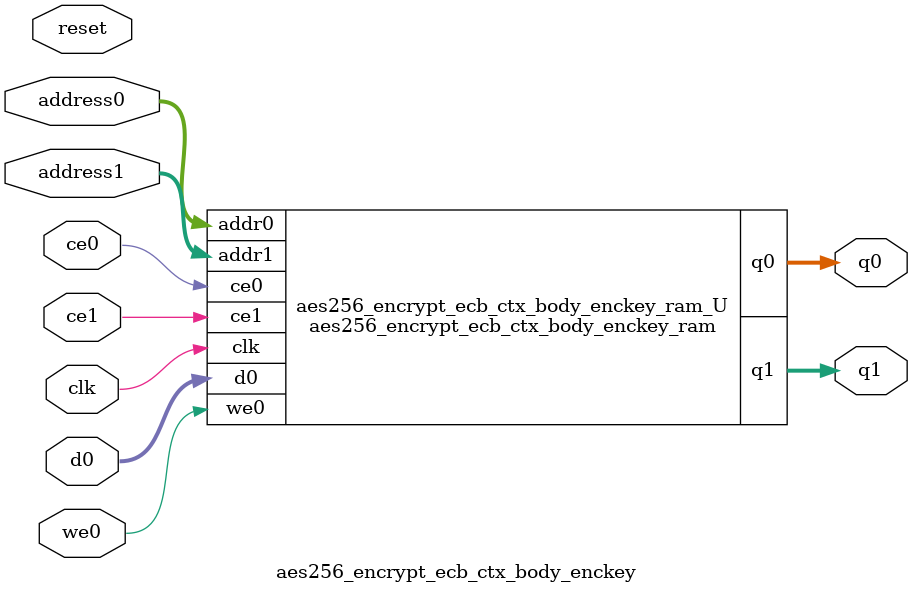
<source format=v>
`timescale 1 ns / 1 ps
module aes256_encrypt_ecb_ctx_body_enckey_ram (addr0, ce0, d0, we0, q0, addr1, ce1, q1,  clk);

parameter DWIDTH = 8;
parameter AWIDTH = 5;
parameter MEM_SIZE = 32;

input[AWIDTH-1:0] addr0;
input ce0;
input[DWIDTH-1:0] d0;
input we0;
output reg[DWIDTH-1:0] q0;
input[AWIDTH-1:0] addr1;
input ce1;
output reg[DWIDTH-1:0] q1;
input clk;

(* ram_style = "distributed" *)reg [DWIDTH-1:0] ram[0:MEM_SIZE-1];




always @(posedge clk)  
begin 
    if (ce0) 
    begin
        if (we0) 
        begin 
            ram[addr0] <= d0; 
        end 
        q0 <= ram[addr0];
    end
end


always @(posedge clk)  
begin 
    if (ce1) 
    begin
        q1 <= ram[addr1];
    end
end


endmodule

`timescale 1 ns / 1 ps
module aes256_encrypt_ecb_ctx_body_enckey(
    reset,
    clk,
    address0,
    ce0,
    we0,
    d0,
    q0,
    address1,
    ce1,
    q1);

parameter DataWidth = 32'd8;
parameter AddressRange = 32'd32;
parameter AddressWidth = 32'd5;
input reset;
input clk;
input[AddressWidth - 1:0] address0;
input ce0;
input we0;
input[DataWidth - 1:0] d0;
output[DataWidth - 1:0] q0;
input[AddressWidth - 1:0] address1;
input ce1;
output[DataWidth - 1:0] q1;



aes256_encrypt_ecb_ctx_body_enckey_ram aes256_encrypt_ecb_ctx_body_enckey_ram_U(
    .clk( clk ),
    .addr0( address0 ),
    .ce0( ce0 ),
    .we0( we0 ),
    .d0( d0 ),
    .q0( q0 ),
    .addr1( address1 ),
    .ce1( ce1 ),
    .q1( q1 ));

endmodule


</source>
